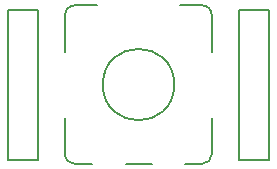
<source format=gto>
G04*
G04 #@! TF.GenerationSoftware,Altium Limited,Altium Designer,20.0.10 (225)*
G04*
G04 Layer_Color=65535*
%FSLAX25Y25*%
%MOIN*%
G70*
G01*
G75*
%ADD10C,0.00800*%
%ADD11C,0.00787*%
D10*
X11900Y0D02*
G03*
X11900Y0I-11900J0D01*
G01*
X24409Y23204D02*
G03*
X21235Y26378I-3174J-0D01*
G01*
X-21300Y26378D02*
G03*
X-24500Y23204I-13J-3187D01*
G01*
Y-23300D02*
G03*
X-21300Y-26400I3150J50D01*
G01*
X21235D02*
G03*
X24409Y-23300I37J3137D01*
G01*
Y11024D02*
Y23204D01*
X13780Y26378D02*
X21235D01*
X-21300D02*
X-13780D01*
X-24500Y11024D02*
Y23204D01*
Y-23300D02*
Y-11024D01*
X-21300Y-26400D02*
X-15400D01*
X15354D02*
X21235D01*
X24409Y-23300D02*
Y-11024D01*
X-4331Y-26378D02*
X4331D01*
D11*
X-43583Y-25000D02*
X-33583D01*
X-43583D02*
Y25000D01*
X-33583Y-25000D02*
Y25000D01*
X-43583D02*
X-33583D01*
X33583Y-25000D02*
X43583D01*
X33583D02*
Y25000D01*
X43583Y-25000D02*
Y25000D01*
X33583D02*
X43583D01*
M02*

</source>
